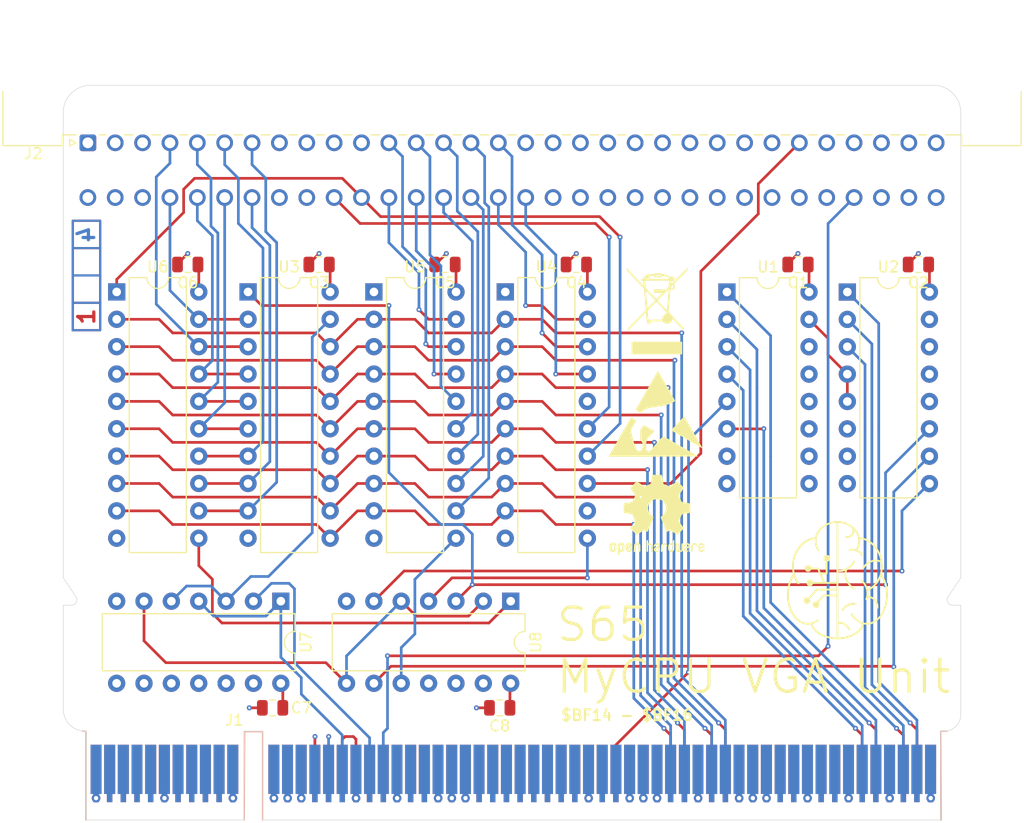
<source format=kicad_pcb>
(kicad_pcb (version 20240108) (generator "pcbnew") (generator_version "8.0")
  (layers (0 "F.Cu" signal) (1 "In1.Cu" power) (2 "In2.Cu" power) (31 "B.Cu" signal) (34 "B.Paste" user) (35 "F.Paste" user) (36 "B.SilkS" user "B.Silkscreen") (37 "F.SilkS" user "F.Silkscreen") (38 "B.Mask" user) (39 "F.Mask" user) (44 "Edge.Cuts" user))
  (net 0 "")
  (net 1 "+5V")
  (net 2 "GND")
  (net 3 "/~{IRQ_0.7}")
  (net 4 "/ROM_4")
  (net 5 "/~{ROM}")
  (net 6 "/~{IRQ_0.6}")
  (net 7 "/R{slash}~{W}")
  (net 8 "/Ø2{slash}VDA")
  (net 9 "/RAM_5")
  (net 10 "/~{IRQ_4}")
  (net 11 "/RAM_4")
  (net 12 "/D2")
  (net 13 "/D3")
  (net 14 "/A12")
  (net 15 "/~{IRQ_0.2}")
  (net 16 "/ROM_7")
  (net 17 "/M{slash}X")
  (net 18 "/RAM_1")
  (net 19 "/D6")
  (net 20 "/SYNC_VPA")
  (net 21 "/~{IRQ_0.4}")
  (net 22 "/CLK")
  (net 23 "/~{IRQ_0}")
  (net 24 "/~{IRQ_1}")
  (net 25 "/A7")
  (net 26 "/A4")
  (net 27 "/ROM_5")
  (net 28 "/~{IRQ_0.5}")
  (net 29 "/D7")
  (net 30 "/RAM_3")
  (net 31 "/ROM_1")
  (net 32 "/~{ML}")
  (net 33 "/~{L_RAM}")
  (net 34 "/ROM_2")
  (net 35 "/~{VP}")
  (net 36 "/~{NMI}")
  (net 37 "/ROM_0")
  (net 38 "/A2")
  (net 39 "/RAM_6")
  (net 40 "/A13")
  (net 41 "/A0")
  (net 42 "/A8")
  (net 43 "/~{IRQ_3}")
  (net 44 "/A15")
  (net 45 "/D0")
  (net 46 "/D4")
  (net 47 "+9V")
  (net 48 "/E")
  (net 49 "/RAM_0")
  (net 50 "/A3")
  (net 51 "/A11")
  (net 52 "/~{IRQ_2}")
  (net 53 "/~{IRQ_0.3}")
  (net 54 "/A1")
  (net 55 "/PAGE")
  (net 56 "/~{RDY}")
  (net 57 "/A14")
  (net 58 "/~{RES}")
  (net 59 "/D1")
  (net 60 "/D5")
  (net 61 "/A9")
  (net 62 "/A10")
  (net 63 "/~{IRQ}")
  (net 64 "/RAM_2")
  (net 65 "/A5")
  (net 66 "/ROM_6")
  (net 67 "/~{IRQ_0.1}")
  (net 68 "/~{IRQ_0.0}")
  (net 69 "/RAM_7")
  (net 70 "/A6")
  (net 71 "/~{H_RAM}")
  (net 72 "/~{IO}")
  (net 73 "/ROM_3")
  (net 74 "/~{BE}")
  (net 76 "/ADD2")
  (net 77 "/ADD7")
  (net 78 "/DAT0")
  (net 79 "/ADD4")
  (net 82 "/DAT2")
  (net 84 "/ADD6")
  (net 85 "/ADD3")
  (net 89 "/ADD5")
  (net 91 "/ADD9")
  (net 92 "/DAT7")
  (net 94 "/~{RD_VGA}")
  (net 98 "/DAT5")
  (net 100 "/DAT6")
  (net 103 "/~{IOEN2}")
  (net 104 "/~{WR_VGA}")
  (net 107 "/DAT4")
  (net 108 "/ADD0")
  (net 109 "/ADD8")
  (net 113 "/DAT3")
  (net 114 "/ADD1")
  (net 116 "/DAT1")
  (net 118 "/ADDA")
  (net 129 "/Port_16")
  (net 131 "/~{ADDR_LO}")
  (net 134 "/~{CONTROL}")
  (net 135 "/~{ADDR_HI}")
  (net 137 "/~{DATA}")
  (net 138 "/~{RD}")
  (net 140 "Net-(U4-Cp)")
  (net 142 "Net-(U5-Cp)")
  (net 143 "Net-(U6-Cp)")
  (net 146 "/~{WR}")
  (footprint "Package_DIP:DIP-20_W7.62mm" (layer "F.Cu") (at 129.296 77.983)
    (property "Reference" "U3")
    (property "Value" "74AHC541")
  )
  (footprint "Capacitor_SMD:C_0805_2012Metric" (layer "F.Cu") (at 152.654 116.586 180)
    (property "Reference" "C8")
    (property "Value" "100n")
  )
  (footprint "Capacitor_SMD:C_0805_2012Metric" (layer "F.Cu") (at 191.516 75.438 180)
    (property "Reference" "C2")
    (property "Value" "100n")
  )
  (footprint "Eigene:logo" (layer "F.Cu") (at 184.023 104.775)
    (property "Reference" "G***" (hide yes))
    (property "Value" "LOGO" (hide yes))
  )
  (footprint "Eigene:ladder_4" (layer "F.Cu") (at 114.3 76.454 90)
    (property "Reference" "Ref**" (hide yes))
    (property "Value" "Val**" (hide yes))
  )
  (footprint "Capacitor_SMD:C_0805_2012Metric" (layer "F.Cu") (at 180.34 75.438 180)
    (property "Reference" "C1")
    (property "Value" "100n")
  )
  (footprint "Capacitor_SMD:C_0805_2012Metric" (layer "F.Cu") (at 147.574 75.438 180)
    (property "Reference" "C5")
    (property "Value" "100n")
  )
  (footprint "Symbol:OSHW-Logo2_9.8x8mm_SilkScreen" (layer "F.Cu") (at 167.259 98.679)
    (property "Reference" "REF**" (hide yes))
    (property "Value" "OSHW-Logo2_9.8x8mm_SilkScreen" (hide yes))
  )
  (footprint "Package_DIP:DIP-20_W7.62mm" (layer "F.Cu") (at 153.172 77.983)
    (property "Reference" "U4")
    (property "Value" "74HCT574")
  )
  (footprint "Symbol:ESD-Logo_8.9x8mm_SilkScreen" (layer "F.Cu") (at 167.132 89.281)
    (property "Reference" "REF**" (hide yes))
    (property "Value" "ESD-Logo_8.9x8mm_SilkScreen" (hide yes))
  )
  (footprint "Package_DIP:DIP-16_W7.62mm" (layer "F.Cu") (at 184.922 77.993)
    (property "Reference" "U2")
    (property "Value" "74HC138")
  )
  (footprint "Package_DIP:DIP-20_W7.62mm" (layer "F.Cu") (at 117.104 77.983)
    (property "Reference" "U6")
    (property "Value" "74HCT574")
  )
  (footprint "Symbol:WEEE-Logo_5.6x8mm_SilkScreen" (layer "F.Cu") (at 167.259 79.756)
    (property "Reference" "REF**" (hide yes))
    (property "Value" "WEEE-Logo_5.6x8mm_SilkScreen" (hide yes))
  )
  (footprint "Package_DIP:DIP-14_W7.62mm" (layer "F.Cu") (at 153.675 106.69 -90)
    (property "Reference" "U8")
    (property "Value" "74HC02")
  )
  (footprint "Capacitor_SMD:C_0805_2012Metric" (layer "F.Cu") (at 135.89 75.438 180)
    (property "Reference" "C3")
    (property "Value" "100n")
  )
  (footprint "Capacitor_SMD:C_0805_2012Metric" (layer "F.Cu") (at 123.698 75.438 180)
    (property "Reference" "C6")
    (property "Value" "100n")
  )
  (footprint "Package_DIP:DIP-16_W7.62mm" (layer "F.Cu") (at 173.746 77.993)
    (property "Reference" "U1")
    (property "Value" "74HC138")
  )
  (footprint "Connector_DIN:DIN41612_C_2x32_Male_Horizontal_THT" (layer "F.Cu") (at 114.427 64.141)
    (property "Reference" "J2")
    (property "Value" "MyCPU Bus")
  )
  (footprint "Package_DIP:DIP-20_W7.62mm" (layer "F.Cu") (at 140.98 77.983)
    (property "Reference" "U5")
    (property "Value" "74HCT574")
  )
  (footprint "Capacitor_SMD:C_0805_2012Metric" (layer "F.Cu") (at 159.766 75.438 180)
    (property "Reference" "C4")
    (property "Value" "100n")
  )
  (footprint "Capacitor_SMD:C_0805_2012Metric" (layer "F.Cu") (at 131.572 116.586 180)
    (property "Reference" "C7")
    (property "Value" "100n")
  )
  (footprint "Package_DIP:DIP-14_W7.62mm" (layer "F.Cu") (at 132.339 106.69 -90)
    (property "Reference" "U7")
    (property "Value" "74HC00")
  )
  (footprint "Connector_PCBEdge:BUS_PCI" (layer "B.Cu") (at 153.919 123.631 180)
    (property "Reference" "J1")
    (property "Value" "Bus_PCI_6502")
  )
  (gr_line (start 128.905 118.745) (end 130.683 118.745) (stroke (width 0.05)) (layer "Edge.Cuts"))
  (gr_arc (start 113.357369 106.325815) (mid 113.335131 106.820071) (end 112.903 107.061) (stroke (width 0.05)) (layer "Edge.Cuts"))
  (gr_arc (start 112.141 61.341) (mid 112.884949 59.544949) (end 114.681 58.801) (stroke (width 0.05)) (layer "Edge.Cuts"))
  (gr_line (start 195.453 107.061) (end 194.691 107.061) (stroke (width 0.05)) (layer "Edge.Cuts"))
  (gr_line (start 114.3 118.745) (end 114.3 127) (stroke (width 0.05)) (layer "Edge.Cuts"))
  (gr_line (start 128.905 127) (end 128.905 118.745) (stroke (width 0.05)) (layer "Edge.Cuts"))
  (gr_line (start 112.903 107.061) (end 112.141 107.061) (stroke (width 0.05)) (layer "Edge.Cuts"))
  (gr_line (start 195.453 104.521) (end 195.453 61.341) (stroke (width 0.05)) (layer "Edge.Cuts"))
  (gr_line (start 112.141 104.521) (end 113.357369 106.325815) (stroke (width 0.05)) (layer "Edge.Cuts"))
  (gr_line (start 114.681 58.801) (end 192.913 58.801) (stroke (width 0.05)) (layer "Edge.Cuts"))
  (gr_line (start 114.3 127) (end 128.905 127) (stroke (width 0.05)) (layer "Edge.Cuts"))
  (gr_line (start 193.548 127) (end 193.548 118.745) (stroke (width 0.05)) (layer "Edge.Cuts"))
  (gr_arc (start 195.453 117.221) (mid 195.006645 118.298645) (end 193.929 118.745) (stroke (width 0.05)) (layer "Edge.Cuts"))
  (gr_arc (start 194.691 107.061) (mid 194.258941 106.820064) (end 194.236631 106.325815) (stroke (width 0.05)) (layer "Edge.Cuts"))
  (gr_arc (start 192.913 58.801) (mid 194.7091 59.544928) (end 195.453 61.341) (stroke (width 0.05)) (layer "Edge.Cuts"))
  (gr_line (start 195.453 107.061) (end 195.453 117.221) (stroke (width 0.05)) (layer "Edge.Cuts"))
  (gr_arc (start 114.173 118.745) (mid 112.736158 118.149841) (end 112.141 116.713) (stroke (width 0.05)) (layer "Edge.Cuts"))
  (gr_line (start 194.236631 106.325815) (end 195.453 104.521) (stroke (width 0.05)) (layer "Edge.Cuts"))
  (gr_line (start 114.173 118.745) (end 114.3 118.745) (stroke (width 0.05)) (layer "Edge.Cuts"))
  (gr_line (start 193.548 118.745) (end 193.929 118.745) (stroke (width 0.05)) (layer "Edge.Cuts"))
  (gr_line (start 130.683 127) (end 193.548 127) (stroke (width 0.05)) (layer "Edge.Cuts"))
  (gr_line (start 112.141 116.713) (end 112.141 107.061) (stroke (width 0.05)) (layer "Edge.Cuts"))
  (gr_line (start 112.141 104.521) (end 112.141 61.341) (stroke (width 0.05)) (layer "Edge.Cuts"))
  (gr_line (start 130.683 118.745) (end 130.683 127) (stroke (width 0.05)) (layer "Edge.Cuts"))
  (gr_text "$BF14 - $BF16" (at 158.242 117.856 0) (layer "F.SilkS") (effects (font (size 1 1) (thickness 0.2) (bold yes)) (justify left bottom)))
  (gr_text "S65\nMyCPU VGA Unit" (at 157.734 115.443 0) (layer "F.SilkS") (effects (font (size 3 3) (thickness 0.3)) (justify left bottom)))
  (segment (start 181.366 75.514) (end 181.29 75.438) (width 0.25) (layer "F.Cu") (net 1))
  (segment (start 153.604 114.381) (end 153.675 114.31) (width 0.25) (layer "F.Cu") (net 1))
  (segment (start 148.6 77.983) (end 148.6 75.514) (width 0.25) (layer "F.Cu") (net 1))
  (segment (start 132.522 116.586) (end 132.522 114.493) (width 0.25) (layer "F.Cu") (net 1))
  (segment (start 153.604 116.586) (end 153.604 114.381) (width 0.25) (layer "F.Cu") (net 1))
  (segment (start 181.366 77.993) (end 181.366 75.514) (width 0.25) (layer "F.Cu") (net 1))
  (segment (start 148.6 75.514) (end 148.524 75.438) (width 0.25) (layer "F.Cu") (net 1))
  (segment (start 124.724 77.983) (end 124.724 75.514) (width 0.25) (layer "F.Cu") (net 1))
  (segment (start 136.916 77.983) (end 136.916 75.514) (width 0.25) (layer "F.Cu") (net 1))
  (segment (start 160.792 75.514) (end 160.716 75.438) (width 0.25) (layer "F.Cu") (net 1))
  (segment (start 136.916 75.514) (end 136.84 75.438) (width 0.25) (layer "F.Cu") (net 1))
  (segment (start 192.542 77.993) (end 192.542 75.514) (width 0.25) (layer "F.Cu") (net 1))
  (segment (start 124.724 75.514) (end 124.648 75.438) (width 0.25) (layer "F.Cu") (net 1))
  (segment (start 160.792 77.983) (end 160.792 75.514) (width 0.25) (layer "F.Cu") (net 1))
  (segment (start 132.522 114.493) (end 132.339 114.31) (width 0.25) (layer "F.Cu") (net 1))
  (segment (start 192.542 75.514) (end 192.466 75.438) (width 0.25) (layer "F.Cu") (net 1))
  (via (at 148.209 124.968) (size 0.8) (drill 0.4) (layers "F.Cu" "B.Cu") (net 1))
  (via (at 176.149 124.968) (size 0.8) (drill 0.4) (layers "F.Cu" "B.Cu") (net 1))
  (via (at 165.989 124.968) (size 0.8) (drill 0.4) (layers "F.Cu" "B.Cu") (net 1))
  (via (at 134.239 124.968) (size 0.8) (drill 0.4) (layers "F.Cu" "B.Cu") (net 1))
  (segment (start 130.622 116.586) (end 129.413 116.586) (width 0.25) (layer "F.Cu") (net 2))
  (segment (start 179.39 75.372) (end 180.34 74.422) (width 0.25) (layer "F.Cu") (net 2))
  (segment (start 139.065 119.253) (end 139.309 119.497) (width 0.25) (layer "F.Cu") (net 2))
  (segment (start 151.704 116.586) (end 150.495 116.586) (width 0.25) (layer "F.Cu") (net 2))
  (segment (start 135.499 122.301) (end 135.499 119.263) (width 0.25) (layer "F.Cu") (net 2))
  (segment (start 139.309 119.497) (end 139.309 122.301) (width 0.25) (layer "F.Cu") (net 2))
  (segment (start 138.303 119.253) (end 139.065 119.253) (width 0.25) (layer "F.Cu") (net 2))
  (segment (start 179.39 75.438) (end 179.39 75.372) (width 0.25) (layer "F.Cu") (net 2))
  (segment (start 146.624 75.438) (end 146.685 75.438) (width 0.25) (layer "F.Cu") (net 2))
  (segment (start 190.566 75.438) (end 190.566 75.372) (width 0.25) (layer "F.Cu") (net 2))
  (segment (start 134.94 75.438) (end 134.94 75.372) (width 0.25) (layer "F.Cu") (net 2))
  (segment (start 135.499 119.263) (end 135.509 119.253) (width 0.25) (layer "F.Cu") (net 2))
  (segment (start 134.94 75.372) (end 135.89 74.422) (width 0.25) (layer "F.Cu") (net 2))
  (segment (start 146.685 75.438) (end 147.701 74.422) (width 0.25) (layer "F.Cu") (net 2))
  (segment (start 122.748 75.372) (end 123.698 74.422) (width 0.25) (layer "F.Cu") (net 2))
  (segment (start 158.816 75.438) (end 158.816 75.372) (width 0.25) (layer "F.Cu") (net 2))
  (segment (start 158.816 75.372) (end 159.766 74.422) (width 0.25) (layer "F.Cu") (net 2))
  (segment (start 190.566 75.372) (end 191.516 74.422) (width 0.25) (layer "F.Cu") (net 2))
  (segment (start 138.039 119.517) (end 138.303 119.253) (width 0.25) (layer "F.Cu") (net 2))
  (segment (start 122.748 75.438) (end 122.748 75.372) (width 0.25) (layer "F.Cu") (net 2))
  (segment (start 138.039 122.301) (end 138.039 119.517) (width 0.25) (layer "F.Cu") (net 2))
  (via (at 129.413 116.586) (size 0.46) (drill 0.2) (layers "F.Cu" "B.Cu") (net 2))
  (via (at 146.939 124.968) (size 0.8) (drill 0.4) (layers "F.Cu" "B.Cu") (net 2))
  (via (at 185.039 124.968) (size 0.8) (drill 0.4) (layers "F.Cu" "B.Cu") (net 2))
  (via (at 188.849 124.968) (size 0.8) (drill 0.4) (layers "F.Cu" "B.Cu") (net 2))
  (via (at 123.698 74.422) (size 0.46) (drill 0.2) (layers "F.Cu" "B.Cu") (net 2))
  (via (at 180.34 74.422) (size 0.46) (drill 0.2) (layers "F.Cu" "B.Cu") (net 2))
  (via (at 171.069 124.968) (size 0.8) (drill 0.4) (layers "F.Cu" "B.Cu") (net 2))
  (via (at 167.259 124.968) (size 0.8) (drill 0.4) (layers "F.Cu" "B.Cu") (net 2))
  (via (at 115.189 124.968) (size 0.8) (drill 0.4) (layers "F.Cu" "B.Cu") (net 2))
  (via (at 150.495 116.586) (size 0.46) (drill 0.2) (layers "F.Cu" "B.Cu") (net 2))
  (via (at 121.539 124.968) (size 0.8) (drill 0.4) (layers "F.Cu" "B.Cu") (net 2))
  (via (at 159.766 74.422) (size 0.46) (drill 0.2) (layers "F.Cu" "B.Cu") (net 2))
  (via (at 143.129 124.968) (size 0.8) (drill 0.4) (layers "F.Cu" "B.Cu") (net 2))
  (via (at 127.889 124.968) (size 0.8) (drill 0.4) (layers "F.Cu" "B.Cu") (net 2))
  (via (at 191.516 74.422) (size 0.46) (drill 0.2) (layers "F.Cu" "B.Cu") (net 2))
  (via (at 147.701 74.422) (size 0.46) (drill 0.2) (layers "F.Cu" "B.Cu") (net 2))
  (via (at 136.779 119.253) (size 0.46) (drill 0.2) (layers "F.Cu" "B.Cu") (net 2))
  (via (at 135.89 74.422) (size 0.46) (drill 0.2) (layers "F.Cu" "B.Cu") (net 2))
  (via (at 149.479 124.968) (size 0.8) (drill 0.4) (layers "F.Cu" "B.Cu") (net 2))
  (via (at 164.719 124.968) (size 0.8) (drill 0.4) (layers "F.Cu" "B.Cu") (net 2))
  (via (at 177.419 124.968) (size 0.8) (drill 0.4) (layers "F.Cu" "B.Cu") (net 2))
  (via (at 181.229 124.968) (size 0.8) (drill 0.4) (layers "F.Cu" "B.Cu") (net 2))
  (via (at 174.879 124.968) (size 0.8) (drill 0.4) (layers "F.Cu" "B.Cu") (net 2))
  (via (at 135.509 119.253) (size 0.46) (drill 0.2) (layers "F.Cu" "B.Cu") (net 2))
  (via (at 160.909 124.968) (size 0.8) (drill 0.4) (layers "F.Cu" "B.Cu") (net 2))
  (via (at 192.659 124.968) (size 0.8) (drill 0.4) (layers "F.Cu" "B.Cu") (net 2))
  (via (at 132.969 124.968) (size 0.8) (drill 0.4) (layers "F.Cu" "B.Cu") (net 2))
  (via (at 139.319 124.968) (size 0.8) (drill 0.4) (layers "F.Cu" "B.Cu") (net 2))
  (segment (start 136.769 119.263) (end 136.779 119.253) (width 0.25) (layer "B.Cu") (net 2))
  (segment (start 136.769 122.301) (end 136.769 119.263) (width 0.25) (layer "B.Cu") (net 2))
  (segment (start 140.579 119.37) (end 133.604 112.395) (width 0.25) (layer "B.Cu") (net 7))
  (segment (start 131.46 105.029) (end 129.799 106.69) (width 0.25) (layer "B.Cu") (net 7))
  (segment (start 133.096 105.029) (end 131.46 105.029) (width 0.25) (layer "B.Cu") (net 7))
  (segment (start 133.604 105.537) (end 133.096 105.029) (width 0.25) (layer "B.Cu") (net 7))
  (segment (start 140.579 122.301) (end 140.579 119.37) (width 0.25) (layer "B.Cu") (net 7))
  (segment (start 133.604 112.395) (end 133.604 105.537) (width 0.25) (layer "B.Cu") (net 7))
  (segment (start 122.301 86.868) (end 135.641 86.868) (width 0.25) (layer "F.Cu") (net 12))
  (segment (start 135.641 86.868) (end 136.916 88.143) (width 0.25) (layer "F.Cu") (net 12))
  (segment (start 156.596 85.603) (end 157.861 86.868) (width 0.25) (layer "F.Cu") (net 12))
  (segment (start 121.036 85.603) (end 122.301 86.868) (width 0.25) (layer "F.Cu") (net 12))
  (segment (start 153.172 85.603) (end 156.596 85.603) (width 0.25) (layer "F.Cu") (net 12))
  (segment (start 146.05 86.868) (end 151.907 86.868) (width 0.25) (layer "F.Cu") (net 12))
  (segment (start 144.785 85.603) (end 146.05 86.868) (width 0.25) (layer "F.Cu") (net 12))
  (segment (start 117.104 85.603) (end 121.036 85.603) (width 0.25) (layer "F.Cu") (net 12))
  (segment (start 139.456 85.603) (end 136.916 88.143) (width 0.25) (layer "F.Cu") (net 12))
  (segment (start 151.907 86.868) (end 153.172 85.603) (width 0.25) (layer "F.Cu") (net 12))
  (segment (start 157.861 86.868) (end 168.275 86.868) (width 0.25) (layer "F.Cu") (net 12))
  (segment (start 140.98 85.603) (end 144.785 85.603) (width 0.25) (layer "F.Cu") (net 12))
  (segment (start 140.98 85.603) (end 139.456 85.603) (width 0.25) (layer "F.Cu") (net 12))
  (via (at 168.275 86.868) (size 0.46) (drill 0.2) (layers "F.Cu" "B.Cu") (net 12))
  (segment (start 168.275 114.173) (end 172.329 118.227) (width 0.25) (layer "B.Cu") (net 12))
  (segment (start 172.329 118.227) (end 172.329 122.301) (width 0.25) (layer "B.Cu") (net 12))
  (segment (start 168.275 86.868) (end 168.275 114.173) (width 0.25) (layer "B.Cu") (net 12))
  (segment (start 146.05 89.408) (end 151.907 89.408) (width 0.25) (layer "F.Cu") (net 13))
  (segment (start 151.907 89.408) (end 153.172 88.143) (width 0.25) (layer "F.Cu") (net 13))
  (segment (start 140.98 88.143) (end 139.456 88.143) (width 0.25) (layer "F.Cu") (net 13))
  (segment (start 153.172 88.143) (end 156.596 88.143) (width 0.25) (layer "F.Cu") (net 13))
  (segment (start 140.98 88.143) (end 144.785 88.143) (width 0.25) (layer "F.Cu") (net 13))
  (segment (start 144.785 88.143) (end 146.05 89.408) (width 0.25) (layer "F.Cu") (net 13))
  (segment (start 117.104 88.143) (end 121.036 88.143) (width 0.25) (layer "F.Cu") (net 13))
  (segment (start 122.301 89.408) (end 135.641 89.408) (width 0.25) (layer "F.Cu") (net 13))
  (segment (start 156.596 88.143) (end 157.861 89.408) (width 0.25) (layer "F.Cu") (net 13))
  (segment (start 135.641 89.408) (end 136.916 90.683) (width 0.25) (layer "F.Cu") (net 13))
  (segment (start 157.861 89.408) (end 167.64 89.408) (width 0.25) (layer "F.Cu") (net 13))
  (segment (start 121.036 88.143) (end 122.301 89.408) (width 0.25) (layer "F.Cu") (net 13))
  (segment (start 139.456 88.143) (end 136.916 90.683) (width 0.25) (layer "F.Cu") (net 13))
  (segment (start 171.704 118.491) (end 172.329 119.116) (width 0.25) (layer "F.Cu") (net 13))
  (segment (start 172.329 119.116) (end 172.329 122.301) (width 0.25) (layer "F.Cu") (net 13))
  (via (at 171.704 118.491) (size 0.46) (drill 0.2) (layers "F.Cu" "B.Cu") (net 13))
  (via (at 167.64 89.408) (size 0.46) (drill 0.2) (layers "F.Cu" "B.Cu") (net 13))
  (segment (start 167.64 89.408) (end 167.64 114.427) (width 0.25) (layer "B.Cu") (net 13))
  (segment (start 167.64 114.427) (end 171.704 118.491) (width 0.25) (layer "B.Cu") (net 13))
  (segment (start 140.98 95.763) (end 144.785 95.763) (width 0.25) (layer "F.Cu") (net 19))
  (segment (start 135.641 97.028) (end 136.916 98.303) (width 0.25) (layer "F.Cu") (net 19))
  (segment (start 117.104 95.763) (end 121.036 95.763) (width 0.25) (layer "F.Cu") (net 19))
  (segment (start 140.98 95.763) (end 139.456 95.763) (width 0.25) (layer "F.Cu") (net 19))
  (segment (start 139.456 95.763) (end 136.916 98.303) (width 0.25) (layer "F.Cu") (net 19))
  (segment (start 156.596 95.763) (end 153.172 95.763) (width 0.25) (layer "F.Cu") (net 19))
  (segment (start 165.735 97.028) (end 157.861 97.028) (width 0.25) (layer "F.Cu") (net 19))
  (segment (start 151.907 97.028) (end 153.172 95.763) (width 0.25) (layer "F.Cu") (net 19))
  (segment (start 121.036 95.763) (end 122.301 97.028) (width 0.25) (layer "F.Cu") (net 19))
  (segment (start 144.785 95.763) (end 146.05 97.028) (width 0.25) (layer "F.Cu") (net 19))
  (segment (start 122.301 97.028) (end 135.641 97.028) (width 0.25) (layer "F.Cu") (net 19))
  (segment (start 157.861 97.028) (end 156.596 95.763) (width 0.25) (layer "F.Cu") (net 19))
  (segment (start 146.05 97.028) (end 151.907 97.028) (width 0.25) (layer "F.Cu") (net 19))
  (via (at 165.735 97.028) (size 0.46) (drill 0.2) (layers "F.Cu" "B.Cu") (net 19))
  (segment (start 165.735 115.443) (end 168.519 118.227) (width 0.25) (layer "B.Cu") (net 19))
  (segment (start 165.735 97.028) (end 165.735 115.443) (width 0.25) (layer "B.Cu") (net 19))
  (segment (start 168.519 118.227) (end 168.519 122.301) (width 0.25) (layer "B.Cu") (net 19))
  (segment (start 138.039 122.301) (end 138.039 119.116) (width 0.25) (layer "B.Cu") (net 22))
  (segment (start 134.239 113.792) (end 132.339 111.892) (width 0.25) (layer "B.Cu") (net 22))
  (segment (start 130.952 108.077) (end 132.339 106.69) (width 0.25) (layer "B.Cu") (net 22))
  (segment (start 138.039 119.116) (end 134.239 115.316) (width 0.25) (layer "B.Cu") (net 22))
  (segment (start 134.239 115.316) (end 134.239 113.792) (width 0.25) (layer "B.Cu") (net 22))
  (segment (start 132.339 111.892) (end 132.339 106.69) (width 0.25) (layer "B.Cu") (net 22))
  (segment (start 126.106 108.077) (end 130.952 108.077) (width 0.25) (layer "B.Cu") (net 22))
  (segment (start 124.719 106.69) (end 126.106 108.077) (width 0.25) (layer "B.Cu") (net 22))
  (segment (start 186.299 119.116) (end 186.299 122.301) (width 0.25) (layer "F.Cu") (net 25))
  (segment (start 185.674 118.491) (end 186.299 119.116) (width 0.25) (layer "F.Cu") (net 25))
  (via (at 185.674 118.491) (size 0.46) (drill 0.2) (layers "F.Cu" "B.Cu") (net 25))
  (segment (start 175.26 108.077) (end 185.674 118.491) (width 0.25) (layer "B.Cu") (net 25))
  (segment (start 173.746 85.613) (end 175.26 87.127) (width 0.25) (layer "B.Cu") (net 25))
  (segment (start 175.26 87.127) (end 175.26 89.154) (width 0.25) (layer "B.Cu") (net 25))
  (segment (start 175.26 89.154) (end 175.26 99.695) (width 0.25) (layer "B.Cu") (net 25))
  (segment (start 175.26 99.695) (end 175.26 108.077) (width 0.25) (layer "B.Cu") (net 25))
  (segment (start 177.15 90.693) (end 177.165 90.678) (width 0.25) (layer "F.Cu") (net 26))
  (segment (start 173.746 90.693) (end 177.15 90.693) (width 0.25) (layer "F.Cu") (net 26))
  (via (at 177.165 90.678) (size 0.46) (drill 0.2) (layers "F.Cu" "B.Cu") (net 26))
  (segment (start 187.569 117.719) (end 187.569 122.301) (width 0.25) (layer "B.Cu") (net 26))
  (segment (start 177.165 107.315) (end 187.569 117.719) (width 0.25) (layer "B.Cu") (net 26))
  (segment (start 177.165 90.678) (end 177.165 107.315) (width 0.25) (layer "B.Cu") (net 26))
  (segment (start 117.104 98.303) (end 121.036 98.303) (width 0.25) (layer "F.Cu") (net 29))
  (segment (start 121.036 98.303) (end 122.301 99.568) (width 0.25) (layer "F.Cu") (net 29))
  (segment (start 144.785 98.303) (end 146.05 99.568) (width 0.25) (layer "F.Cu") (net 29))
  (segment (start 140.98 98.303) (end 139.456 98.303) (width 0.25) (layer "F.Cu") (net 29))
  (segment (start 168.519 119.116) (end 168.519 122.301) (width 0.25) (layer "F.Cu") (net 29))
  (segment (start 139.456 98.303) (end 136.916 100.843) (width 0.25) (layer "F.Cu") (net 29))
  (segment (start 146.05 99.568) (end 151.907 99.568) (width 0.25) (layer "F.Cu") (net 29))
  (segment (start 167.894 118.491) (end 168.519 119.116) (width 0.25) (layer "F.Cu") (net 29))
  (segment (start 153.172 98.303) (end 156.596 98.303) (width 0.25) (layer "F.Cu") (net 29))
  (segment (start 135.641 99.568) (end 136.916 100.843) (width 0.25) (layer "F.Cu") (net 29))
  (segment (start 156.596 98.303) (end 157.861 99.568) (width 0.25) (layer "F.Cu") (net 29))
  (segment (start 157.861 99.568) (end 165.1 99.568) (width 0.25) (layer "F.Cu") (net 29))
  (segment (start 122.301 99.568) (end 135.641 99.568) (width 0.25) (layer "F.Cu") (net 29))
  (segment (start 151.907 99.568) (end 153.172 98.303) (width 0.25) (layer "F.Cu") (net 29))
  (segment (start 140.98 98.303) (end 144.785 98.303) (width 0.25) (layer "F.Cu") (net 29))
  (via (at 167.894 118.491) (size 0.46) (drill 0.2) (layers "F.Cu" "B.Cu") (net 29))
  (via (at 165.1 99.568) (size 0.46) (drill 0.2) (layers "F.Cu" "B.Cu") (net 29))
  (segment (start 167.894 118.491) (end 165.1 115.697) (width 0.25) (layer "B.Cu") (net 29))
  (segment (start 165.1 115.697) (end 165.1 99.568) (width 0.25) (layer "B.Cu") (net 29))
  (segment (start 186.563 84.714) (end 186.563 114.681) (width 0.25) (layer "B.Cu") (net 38))
  (segment (start 190.119 118.237) (end 190.119 122.301) (width 0.25) (layer "B.Cu") (net 38))
  (segment (start 186.563 114.681) (end 190.119 118.237) (width 0.25) (layer "B.Cu") (net 38))
  (segment (start 184.922 83.073) (end 186.563 84.714) (width 0.25) (layer "B.Cu") (net 38))
  (segment (start 191.379 117.719) (end 191.379 122.301) (width 0.25) (layer "B.Cu") (net 41))
  (segment (start 187.833 114.173) (end 191.379 117.719) (width 0.25) (layer "B.Cu") (net 41))
  (segment (start 184.922 77.993) (end 187.833 80.904) (width 0.25) (layer "B.Cu") (net 41))
  (segment (start 187.833 80.904) (end 187.833 114.173) (width 0.25) (layer "B.Cu") (net 41))
  (segment (start 139.456 80.523) (end 136.916 83.063) (width 0.25) (layer "F.Cu") (net 45))
  (segment (start 117.104 80.523) (end 121.036 80.523) (width 0.25) (layer "F.Cu") (net 45))
  (segment (start 153.172 80.523) (end 156.596 80.523) (width 0.25) (layer "F.Cu") (net 45))
  (segment (start 151.907 81.788) (end 153.172 80.523) (width 0.25) (layer "F.Cu") (net 45))
  (segment (start 144.785 80.523) (end 146.05 81.788) (width 0.25) (layer "F.Cu") (net 45))
  (segment (start 140.98 80.523) (end 144.785 80.523) (width 0.25) (layer "F.Cu") (net 45))
  (segment (start 157.861 81.788) (end 169.545 81.788) (width 0.25) (layer "F.Cu") (net 45))
  (segment (start 135.641 81.788) (end 136.916 83.063) (width 0.25) (layer "F.Cu") (net 45))
  (segment (start 140.98 80.523) (end 139.456 80.523) (width 0.25) (layer "F.Cu") (net 45))
  (segment (start 122.301 81.788) (end 135.641 81.788) (width 0.25) (layer "F.Cu") (net 45))
  (segment (start 121.036 80.523) (end 122.301 81.788) (width 0.25) (layer "F.Cu") (net 45))
  (segment (start 156.596 80.523) (end 157.861 81.788) (width 0.25) (layer "F.Cu") (net 45))
  (segment (start 146.05 81.788) (end 151.907 81.788) (width 0.25) (layer "F.Cu") (net 45))
  (via (at 169.545 81.788) (size 0.46) (drill 0.2) (layers "F.Cu" "B.Cu") (net 45))
  (segment (start 169.545 81.788) (end 169.545 113.665) (width 0.25) (layer "B.Cu") (net 45))
  (segment (start 169.545 113.665) (end 173.599 117.719) (width 0.25) (layer "B.Cu") (net 45))
  (segment (start 173.599 117.719) (end 173.599 122.301) (width 0.25) (layer "B.Cu") (net 45))
  (segment (start 135.641 91.948) (end 136.916 93.223) (width 0.25) (layer "F.Cu") (net 46))
  (segment (start 156.596 90.683) (end 157.861 91.948) (width 0.25) (layer "F.Cu") (net 46))
  (segment (start 146.05 91.948) (end 151.907 91.948) (width 0.25) (layer "F.Cu") (net 46))
  (segment (start 144.785 90.683) (end 146.05 91.948) (width 0.25) (layer "F.Cu") (net 46))
  (segment (start 121.036 90.683) (end 122.301 91.948) (width 0.25) (layer "F.Cu") (net 46))
  (segment (start 151.907 91.948) (end 153.172 90.683) (width 0.25) (layer "F.Cu") (net 46))
  (segment (start 140.98 90.683) (end 144.785 90.683) (width 0.25) (layer "F.Cu") (net 46))
  (segment (start 140.98 90.683) (end 139.456 90.683) (width 0.25) (layer "F.Cu") (net 46))
  (segment (start 117.104 90.683) (end 121.036 90.683) (width 0.25) (layer "F.Cu") (net 46))
  (segment (start 139.456 90.683) (end 136.916 93.223) (width 0.25) (layer "F.Cu") (net 46))
  (segment (start 122.301 91.948) (end 135.641 91.948) (width 0.25) (layer "F.Cu") (net 46))
  (segment (start 153.172 90.683) (end 156.596 90.683) (width 0.25) (layer "F.Cu") (net 46))
  (segment (start 157.861 91.948) (end 167.005 91.948) (width 0.25) (layer "F.Cu") (net 46))
  (via (at 167.005 91.948) (size 0.46) (drill 0.2) (layers "F.Cu" "B.Cu") (net 46))
  (segment (start 167.005 114.935) (end 169.799 117.729) (width 0.25) (layer "B.Cu") (net 46))
  (segment (start 167.005 91.948) (end 167.005 114.935) (width 0.25) (layer "B.Cu") (net 46))
  (segment (start 169.799 117.729) (end 169.799 122.301) (width 0.25) (layer "B.Cu") (net 46))
  (via (at 131.699 124.968) (size 0.8) (drill 0.4) (layers "F.Cu" "B.Cu") (net 47))
  (segment (start 189.484 118.491) (end 190.119 119.126) (width 0.25) (layer "F.Cu") (net 50))
  (segment (start 190.119 119.126) (end 190.119 122.301) (width 0.25) (layer "F.Cu") (net 50))
  (via (at 189.484 118.491) (size 0.46) (drill 0.2) (layers "F.Cu" "B.Cu") (net 50))
  (segment (start 177.8 82.047) (end 177.8 93.218) (width 0.25) (layer "B.Cu") (net 50))
  (segment (start 173.746 77.993) (end 177.8 82.047) (width 0.25) (layer "B.Cu") (net 50))
  (segment (start 177.8 93.218) (end 177.8 106.807) (width 0.25) (layer "B.Cu") (net 50))
  (segment (start 177.8 106.807) (end 189.484 118.491) (width 0.25) (layer "B.Cu") (net 50))
  (segment (start 191.379 118.608) (end 191.379 122.301) (width 0.25) (layer "F.Cu") (net 54))
  (segment (start 190.754 117.983) (end 191.379 118.608) (width 0.25) (layer "F.Cu") (net 54))
  (via (at 190.754 117.983) (size 0.46) (drill 0.2) (layers "F.Cu" "B.Cu") (net 54))
  (segment (start 187.198 90.678) (end 187.198 114.427) (width 0.25) (layer "B.Cu") (net 54))
  (segment (start 187.198 114.427) (end 190.754 117.983) (width 0.25) (layer "B.Cu") (net 54))
  (segment (start 187.198 82.809) (end 187.198 90.678) (width 0.25) (layer "B.Cu") (net 54))
  (segment (start 184.922 80.533) (end 187.198 82.809) (width 0.25) (layer "B.Cu") (net 54))
  (segment (start 182.245 111.76) (end 183.134 110.871) (width 0.25) (layer "F.Cu") (net 58))
  (segment (start 142.24 111.76) (end 182.245 111.76) (width 0.25) (layer "F.Cu") (net 58))
  (via (at 142.24 111.76) (size 0.46) (drill 0.2) (layers "F.Cu" "B.Cu") (net 58))
  (via (at 183.134 110.871) (size 0.46) (drill 0.2) (layers "F.Cu" "B.Cu") (net 58))
  (segment (start 141.849 122.301) (end 141.849 118.882) (width 0.25) (layer "B.Cu") (net 58))
  (segment (start 183.134 71.634) (end 185.547 69.221) (width 0.25) (layer "B.Cu") (net 58))
  (segment (start 142.24 118.491) (end 142.24 111.76) (width 0.25) (layer "B.Cu") (net 58))
  (segment (start 183.134 110.871) (end 183.134 71.634) (width 0.25) (layer "B.Cu") (net 58))
  (segment (start 141.849 118.882) (end 142.24 118.491) (width 0.25) (layer "B.Cu") (net 58))
  (segment (start 146.05 84.328) (end 151.907 84.328) (width 0.25) (layer "F.Cu") (net 59))
  (segment (start 156.596 83.063) (end 157.861 84.328) (width 0.25) (layer "F.Cu") (net 59))
  (segment (start 122.301 84.328) (end 135.641 84.328) (width 0.25) (layer "F.Cu") (net 59))
  (segment (start 139.456 83.063) (end 136.916 85.603) (width 0.25) (layer "F.Cu") (net 59))
  (segment (start 140.98 83.063) (end 139.456 83.063) (width 0.25) (layer "F.Cu") (net 59))
  (segment (start 144.785 83.063) (end 146.05 84.328) (width 0.25) (layer "F.Cu") (net 59))
  (segment (start 153.172 83.063) (end 156.596 83.063) (width 0.25) (layer "F.Cu") (net 59))
  (segment (start 173.599 118.608) (end 173.599 122.301) (width 0.25) (layer "F.Cu") (net 59))
  (segment (start 117.104 83.063) (end 121.036 83.063) (width 0.25) (layer "F.Cu") (net 59))
  (segment (start 157.861 84.328) (end 168.91 84.328) (width 0.25) (layer "F.Cu") (net 59))
  (segment (start 121.036 83.063) (end 122.301 84.328) (width 0.25) (layer "F.Cu") (net 59))
  (segment (start 172.974 117.983) (end 173.599 118.608) (width 0.25) (layer "F.Cu") (net 59))
  (segment (start 140.98 83.063) (end 144.785 83.063) (width 0.25) (layer "F.Cu") (net 59))
  (segment (start 151.907 84.328) (end 153.172 83.063) (width 0.25) (layer "F.Cu") (net 59))
  (segment (start 135.641 84.328) (end 136.916 85.603) (width 0.25) (layer "F.Cu") (net 59))
  (via (at 168.91 84.328) (size 0.46) (drill 0.2) (layers "F.Cu" "B.Cu") (net 59))
  (via (at 172.974 117.983) (size 0.46) (drill 0.2) (layers "F.Cu" "B.Cu") (net 59))
  (segment (start 168.83 113.839) (end 172.974 117.983) (width 0.25) (layer "B.Cu") (net 59))
  (segment (start 168.83 84.408) (end 168.83 113.839) (width 0.25) (layer "B.Cu") (net 59))
  (segment (start 168.91 84.328) (end 168.83 84.408) (width 0.25) (layer "B.Cu") (net 59))
  (segment (start 121.036 93.223) (end 122.301 94.488) (width 0.25) (layer "F.Cu") (net 60))
  (segment (start 157.861 94.488) (end 166.37 94.488) (width 0.25) (layer "F.Cu") (net 60))
  (segment (start 139.456 93.223) (end 136.916 95.763) (width 0.25) (layer "F.Cu") (net 60))
  (segment (start 153.172 93.223) (end 156.596 93.223) (width 0.25) (layer "F.Cu") (net 60))
  (segment (start 140.98 93.223) (end 139.456 93.223) (width 0.25) (layer "F.Cu") (net 60))
  (segment (start 135.641 94.488) (end 136.916 95.763) (width 0.25) (layer "F.Cu") (net 60))
  (segment (start 140.98 93.223) (end 144.785 93.223) (width 0.25) (layer "F.Cu") (net 60))
  (segment (start 144.785 93.223) (end 146.05 94.488) (width 0.25) (layer "F.Cu") (net 60))
  (segment (start 156.596 93.223) (end 157.861 94.488) (width 0.25) (layer "F.Cu") (net 60))
  (segment (start 146.05 94.488) (end 151.907 94.488) (width 0.25) (layer "F.Cu") (net 60))
  (segment (start 169.799 118.618) (end 169.799 122.301) (width 0.25) (layer "F.Cu") (net 60))
  (segment (start 169.164 117.983) (end 169.799 118.618) (width 0.25) (layer "F.Cu") (net 60))
  (segment (start 117.104 93.223) (end 121.036 93.223) (width 0.25) (layer "F.Cu") (net 60))
  (segment (start 122.301 94.488) (end 135.641 94.488) (width 0.25) (layer "F.Cu") (net 60))
  (segment (start 151.907 94.488) (end 153.172 93.223) (width 0.25) (layer "F.Cu") (net 60))
  (via (at 166.37 94.488) (size 0.46) (drill 0.2) (layers "F.Cu" "B.Cu") (net 60))
  (via (at 169.164 117.983) (size 0.46) (drill 0.2) (layers "F.Cu" "B.Cu") (net 60))
  (segment (start 166.37 115.189) (end 169.164 117.983) (width 0.25) (layer "B.Cu") (net 60))
  (segment (start 166.37 94.488) (end 166.37 115.189) (width 0.25) (layer "B.Cu") (net 60))
  (segment (start 187.569 118.608) (end 187.569 122.301) (width 0.25) (layer "F.Cu") (net 65))
  (segment (start 186.944 117.983) (end 187.569 118.608) (width 0.25) (layer "F.Cu") (net 65))
  (via (at 186.944 117.983) (size 0.46) (drill 0.2) (layers "F.Cu" "B.Cu") (net 65))
  (segment (start 176.53 86.868) (end 176.53 107.569) (width 0.25) (layer "B.Cu") (net 65))
  (segment (start 176.53 83.317) (end 176.53 86.868) (width 0.25) (layer "B.Cu") (net 65))
  (segment (start 176.53 107.569) (end 186.944 117.983) (width 0.25) (layer "B.Cu") (net 65))
  (segment (start 173.746 80.533) (end 176.53 83.317) (width 0.25) (layer "B.Cu") (net 65))
  (segment (start 175.895 85.222) (end 175.895 107.823) (width 0.25) (layer "B.Cu") (net 70))
  (segment (start 175.895 107.823) (end 186.299 118.227) (width 0.25) (layer "B.Cu") (net 70))
  (segment (start 173.746 83.073) (end 175.895 85.222) (width 0.25) (layer "B.Cu") (net 70))
  (segment (start 186.299 118.227) (end 186.299 122.301) (width 0.25) (layer "B.Cu") (net 70))
  (segment (start 163.439 122.301) (end 163.439 120.025) (width 0.25) (layer "F.Cu") (net 72))
  (segment (start 163.439 120.025) (end 170.18 113.284) (width 0.25) (layer "F.Cu") (net 72))
  (via (at 170.18 113.284) (size 0.46) (drill 0.2) (layers "F.Cu" "B.Cu") (net 72))
  (segment (start 170.18 91.719) (end 173.746 88.153) (width 0.25) (layer "B.Cu") (net 72))
  (segment (start 170.18 113.284) (end 170.18 91.719) (width 0.25) (layer "B.Cu") (net 72))
  (segment (start 148.6 85.603) (end 146.563 85.603) (width 0.25) (layer "F.Cu") (net 76))
  (segment (start 146.563 85.603) (end 146.558 85.598) (width 0.25) (layer "F.Cu") (net 76))
  (via (at 146.558 85.598) (size 0.46) (drill 0.2) (layers "F.Cu" "B.Cu") (net 76))
  (segment (start 146.558 85.598) (end 146.558 75.819) (width 0.25) (layer "B.Cu") (net 76))
  (segment (start 144.907 74.168) (end 144.907 69.221) (width 0.25) (layer "B.Cu") (net 76))
  (segment (start 146.558 75.819) (end 144.907 74.168) (width 0.25) (layer "B.Cu") (net 76))
  (segment (start 151.257 65.411) (end 149.987 64.141) (width 0.25) (layer "B.Cu") (net 77))
  (segment (start 148.6 98.303) (end 151.638 95.265) (width 0.25) (layer "B.Cu") (net 77))
  (segment (start 151.638 70.104) (end 151.257 69.723) (width 0.25) (layer "B.Cu") (net 77))
  (segment (start 151.257 69.723) (end 151.257 65.411) (width 0.25) (layer "B.Cu") (net 77))
  (segment (start 151.638 95.265) (end 151.638 70.104) (width 0.25) (layer "B.Cu") (net 77))
  (segment (start 124.724 80.523) (end 129.296 80.523) (width 0.25) (layer "F.Cu") (net 78))
  (segment (start 122.047 77.846) (end 124.724 80.523) (width 0.25) (layer "B.Cu") (net 78))
  (segment (start 122.047 69.221) (end 122.047 77.846) (width 0.25) (layer "B.Cu") (net 78))
  (segment (start 147.447 70.612) (end 147.447 69.221) (width 0.25) (layer "B.Cu") (net 79))
  (segment (start 150.114 89.169) (end 150.114 73.279) (width 0.25) (layer "B.Cu") (net 79))
  (segment (start 150.114 73.279) (end 147.447 70.612) (width 0.25) (layer "B.Cu") (net 79))
  (segment (start 148.6 90.683) (end 150.114 89.169) (width 0.25) (layer "B.Cu") (net 79))
  (segment (start 124.724 85.603) (end 129.296 85.603) (width 0.25) (layer "F.Cu") (net 82))
  (segment (start 124.587 69.221) (end 124.587 71.374) (width 0.25) (layer "B.Cu") (net 82))
  (segment (start 125.984 72.771) (end 125.984 84.343) (width 0.25) (layer "B.Cu") (net 82))
  (segment (start 125.984 84.343) (end 124.724 85.603) (width 0.25) (layer "B.Cu") (net 82))
  (segment (start 124.587 71.374) (end 125.984 72.771) (width 0.25) (layer "B.Cu") (net 82))
  (segment (start 151.13 93.233) (end 151.13 70.364) (width 0.25) (layer "B.Cu") (net 84))
  (segment (start 148.6 95.763) (end 151.13 93.233) (width 0.25) (layer "B.Cu") (net 84))
  (segment (start 151.13 70.364) (end 149.987 69.221) (width 0.25) (layer "B.Cu") (net 84))
  (segment (start 148.6 88.143) (end 147.193 86.736) (width 0.25) (layer "B.Cu") (net 85))
  (segment (start 146.177 65.411) (end 144.907 64.141) (width 0.25) (layer "B.Cu") (net 85))
  (segment (start 147.193 75.565) (end 146.177 74.549) (width 0.25) (layer "B.Cu") (net 85))
  (segment (start 147.193 86.736) (end 147.193 75.565) (width 0.25) (layer "B.Cu") (net 85))
  (segment (start 146.177 74.549) (end 146.177 65.411) (width 0.25) (layer "B.Cu") (net 85))
  (segment (start 150.622 91.201) (end 150.622 72.39) (width 0.25) (layer "B.Cu") (net 89))
  (segment (start 148.717 70.485) (end 148.717 65.411) (width 0.25) (layer "B.Cu") (net 89))
  (segment (start 150.622 72.39) (end 148.717 70.485) (width 0.25) (layer "B.Cu") (net 89))
  (segment (start 148.6 93.223) (end 150.622 91.201) (width 0.25) (layer "B.Cu") (net 89))
  (segment (start 148.717 65.411) (end 147.447 64.141) (width 0.25) (layer "B.Cu") (net 89))
  (segment (start 157.866 83.063) (end 156.591 81.788) (width 0.25) (layer "F.Cu") (net 91))
  (segment (start 160.792 83.063) (end 157.866 83.063) (width 0.25) (layer "F.Cu") (net 91))
  (via (at 156.591 81.788) (size 0.46) (drill 0.2) (layers "F.Cu" "B.Cu") (net 91))
  (segment (start 156.591 74.549) (end 153.797 71.755) (width 0.25) (layer "B.Cu") (net 91))
  (segment (start 156.591 81.788) (end 156.591 74.549) (width 0.25) (layer "B.Cu") (net 91))
  (segment (start 153.797 65.411) (end 152.527 64.141) (width 0.25) (layer "B.Cu") (net 91))
  (segment (start 153.797 71.755) (end 153.797 65.411) (width 0.25) (layer "B.Cu") (net 91))
  (segment (start 129.296 98.303) (end 124.724 98.303) (width 0.25) (layer "F.Cu") (net 92))
  (segment (start 130.937 67.437) (end 130.937 72.39) (width 0.25) (layer "B.Cu") (net 92))
  (segment (start 131.953 73.406) (end 131.953 95.646) (width 0.25) (layer "B.Cu") (net 92))
  (segment (start 129.667 66.167) (end 130.937 67.437) (width 0.25) (layer "B.Cu") (net 92))
  (segment (start 130.937 72.39) (end 131.953 73.406) (width 0.25) (layer "B.Cu") (net 92))
  (segment (start 131.953 95.646) (end 129.296 98.303) (width 0.25) (layer "B.Cu") (net 92))
  (segment (start 129.667 64.141) (end 129.667 66.167) (width 0.25) (layer "B.Cu") (net 92))
  (segment (start 139.694 71.628) (end 141.986 71.628) (width 0.25) (layer "F.Cu") (net 94))
  (segment (start 141.986 71.628) (end 161.544 71.628) (width 0.25) (layer "F.Cu") (net 94))
  (segment (start 161.544 71.628) (end 162.814 72.898) (width 0.25) (layer "F.Cu") (net 94))
  (segment (start 137.287 69.221) (end 139.694 71.628) (width 0.25) (layer "F.Cu") (net 94))
  (via (at 162.814 72.898) (size 0.46) (drill 0.2) (layers "F.Cu" "B.Cu") (net 94))
  (segment (start 162.814 88.661) (end 160.792 90.683) (width 0.25) (layer "B.Cu") (net 94))
  (segment (start 162.814 72.898) (end 162.814 88.661) (width 0.25) (layer "B.Cu") (net 94))
  (segment (start 129.296 93.223) (end 124.724 93.223) (width 0.25) (layer "F.Cu") (net 98))
  (segment (start 127.127 64.141) (end 127.127 66.167) (width 0.25) (layer "B.Cu") (net 98))
  (segment (start 130.683 73.914) (end 130.683 91.836) (width 0.25) (layer "B.Cu") (net 98))
  (segment (start 130.683 91.836) (end 129.296 93.223) (width 0.25) (layer "B.Cu") (net 98))
  (segment (start 128.397 71.628) (end 130.683 73.914) (width 0.25) (layer "B.Cu") (net 98))
  (segment (start 127.127 66.167) (end 128.397 67.437) (width 0.25) (layer "B.Cu") (net 98))
  (segment (start 128.397 67.437) (end 128.397 71.628) (width 0.25) (layer "B.Cu") (net 98))
  (segment (start 124.724 95.763) (end 129.296 95.763) (width 0.25) (layer "F.Cu") (net 100))
  (segment (start 129.667 69.221) (end 129.667 72.009) (width 0.25) (layer "B.Cu") (net 100))
  (segment (start 131.318 73.66) (end 131.318 93.741) (width 0.25) (layer "B.Cu") (net 100))
  (segment (start 131.318 93.741) (end 129.296 95.763) (width 0.25) (layer "B.Cu") (net 100))
  (segment (start 129.667 72.009) (end 131.318 73.66) (width 0.25) (layer "B.Cu") (net 100))
  (segment (start 171.323 92.964) (end 171.323 76.073) (width 0.25) (layer "F.Cu") (net 103))
  (segment (start 171.323 76.073) (end 176.657 70.739) (width 0.25) (layer "F.Cu") (net 103))
  (segment (start 160.792 95.763) (end 168.524 95.763) (width 0.25) (layer "F.Cu") (net 103))
  (segment (start 176.657 67.951) (end 180.467 64.141) (width 0.25) (layer "F.Cu") (net 103))
  (segment (start 168.524 95.763) (end 171.323 92.964) (width 0.25) (layer "F.Cu") (net 103))
  (segment (start 176.657 70.739) (end 176.657 67.951) (width 0.25) (layer "F.Cu") (net 103))
  (segment (start 117.104 77.983) (end 117.104 76.825) (width 0.25) (layer "F.Cu") (net 104))
  (segment (start 161.925 70.993) (end 163.83 72.898) (width 0.25) (layer "F.Cu") (net 104))
  (segment (start 117.104 76.825) (end 123.317 70.612) (width 0.25) (layer "F.Cu") (net 104))
  (segment (start 139.827 69.221) (end 141.599 70.993) (width 0.25) (layer "F.Cu") (net 104))
  (segment (start 123.317 70.612) (end 123.317 68.453) (width 0.25) (layer "F.Cu") (net 104))
  (segment (start 123.317 68.453) (end 124.333 67.437) (width 0.25) (layer "F.Cu") (net 104))
  (segment (start 124.333 67.437) (end 138.043 67.437) (width 0.25) (layer "F.Cu") (net 104))
  (segment (start 141.599 70.993) (end 144.018 70.993) (width 0.25) (layer "F.Cu") (net 104))
  (segment (start 144.018 70.993) (end 161.925 70.993) (width 0.25) (layer "F.Cu") (net 104))
  (segment (start 138.043 67.437) (end 139.827 69.221) (width 0.25) (layer "F.Cu") (net 104))
  (via (at 163.83 72.898) (size 0.46) (drill 0.2) (layers "F.Cu" "B.Cu") (net 104))
  (segment (start 163.83 72.898) (end 163.83 90.185) (width 0.25) (layer "B.Cu") (net 104))
  (segment (start 163.83 90.185) (end 160.792 93.223) (width 0.25) (layer "B.Cu") (net 104))
  (segment (start 124.724 90.683) (end 129.296 90.683) (width 0.25) (layer "F.Cu") (net 107))
  (segment (start 127.127 88.28) (end 124.724 90.683) (width 0.25) (layer "B.Cu") (net 107))
  (segment (start 127.127 69.221) (end 127.127 88.28) (width 0.25) (layer "B.Cu") (net 107))
  (segment (start 146.055 80.523) (end 145.161 79.629) (width 0.25) (layer "F.Cu") (net 108))
  (segment (start 148.6 80.523) (end 146.055 80.523) (width 0.25) (layer "F.Cu") (net 108))
  (via (at 145.161 79.629) (size 0.46) (drill 0.2) (layers "F.Cu" "B.Cu") (net 108))
  (segment (start 145.161 76.2) (end 142.367 73.406) (width 0.25) (layer "B.Cu") (net 108))
  (segment (start 145.161 79.629) (end 145.161 76.2) (width 0.25) (layer "B.Cu") (net 108))
  (segment (start 142.367 73.406) (end 142.367 69.221) (width 0.25) (layer "B.Cu") (net 108))
  (segment (start 160.792 80.523) (end 157.866 80.523) (width 0.25) (layer "F.Cu") (net 109))
  (segment (start 157.866 80.523) (end 156.591 79.248) (width 0.25) (layer "F.Cu") (net 109))
  (segment (start 156.591 79.248) (end 155.067 79.248) (width 0.25) (layer "F.Cu") (net 109))
  (via (at 155.067 79.248) (size 0.46) (drill 0.2) (layers "F.Cu" "B.Cu") (net 109))
  (segment (start 155.067 79.248) (end 155.067 74.295) (width 0.25) (layer "B.Cu") (net 109))
  (segment (start 155.067 74.295) (end 152.527 71.755) (width 0.25) (layer "B.Cu") (net 109))
  (segment (start 152.527 71.755) (end 152.527 69.221) (width 0.25) (layer "B.Cu") (net 109))
  (segment (start 129.296 88.143) (end 124.724 88.143) (width 0.25) (layer "F.Cu") (net 113))
  (segment (start 126.492 72.517) (end 126.492 86.375) (width 0.25) (layer "B.Cu") (net 113))
  (segment (start 124.587 64.141) (end 124.587 66.167) (width 0.25) (layer "B.Cu") (net 113))
  (segment (start 125.857 71.882) (end 126.492 72.517) (width 0.25) (layer "B.Cu") (net 113))
  (segment (start 126.492 86.375) (end 124.724 88.143) (width 0.25) (layer "B.Cu") (net 113))
  (segment (start 124.587 66.167) (end 125.857 67.437) (width 0.25) (layer "B.Cu") (net 113))
  (segment (start 125.857 67.437) (end 125.857 71.882) (width 0.25) (layer "B.Cu") (net 113))
  (segment (start 146.055 83.063) (end 145.796 82.804) (width 0.25) (layer "F.Cu") (net 114))
  (segment (start 148.6 83.063) (end 146.055 83.063) (width 0.25) (layer "F.Cu") (net 114))
  (via (at 145.796 82.804) (size 0.46) (drill 0.2) (layers "F.Cu" "B.Cu") (net 114))
  (segment (start 143.637 73.787) (end 143.637 65.411) (width 0.25) (layer "B.Cu") (net 114))
  (segment (start 145.796 75.946) (end 143.637 73.787) (width 0.25) (layer "B.Cu") (net 114))
  (segment (start 143.637 65.411) (end 142.367 64.141) (width 0.25) (layer "B.Cu") (net 114))
  (segment (start 145.796 82.804) (end 145.796 75.946) (width 0.25) (layer "B.Cu") (net 114))
  (segment (start 129.296 83.063) (end 124.724 83.063) (width 0.25) (layer "F.Cu") (net 116))
  (segment (start 120.777 79.116) (end 124.724 83.063) (width 0.25) (layer "B.Cu") (net 116))
  (segment (start 122.047 64.141) (end 122.047 66.04) (width 0.25) (layer "B.Cu") (net 116))
  (segment (start 122.047 66.04) (end 120.777 67.31) (width 0.25) (layer "B.Cu") (net 116))
  (segment (start 120.777 67.31) (end 120.777 79.116) (width 0.25) (layer "B.Cu") (net 116))
  (segment (start 160.792 85.603) (end 157.866 85.603) (width 0.25) (layer "F.Cu") (net 118))
  (segment (start 157.866 85.603) (end 157.861 85.598) (width 0.25) (layer "F.Cu") (net 118))
  (via (at 157.861 85.598) (size 0.46) (drill 0.2) (layers "F.Cu" "B.Cu") (net 118))
  (segment (start 157.861 85.598) (end 157.861 74.549) (width 0.25) (layer "B.Cu") (net 118))
  (segment (start 155.067 71.755) (end 155.067 69.221) (width 0.25) (layer "B.Cu") (net 118))
  (segment (start 157.861 74.549) (end 155.067 71.755) (width 0.25) (layer "B.Cu") (net 118))
  (segment (start 184.922 88.153) (end 184.922 85.613) (width 0.25) (layer "F.Cu") (net 129))
  (segment (start 184.922 85.613) (end 183.134 83.825) (width 0.25) (layer "F.Cu") (net 129))
  (segment (start 183.134 83.825) (end 183.134 82.301) (width 0.25) (layer "F.Cu") (net 129))
  (segment (start 183.134 82.301) (end 181.366 80.533) (width 0.25) (layer "F.Cu") (net 129))
  (segment (start 189.183 112.729) (end 189.23 112.776) (width 0.25) (layer "F.Cu") (net 131))
  (segment (start 140.975 114.31) (end 142.556 112.729) (width 0.25) (layer "F.Cu") (net 131))
  (segment (start 142.556 112.729) (end 189.183 112.729) (width 0.25) (layer "F.Cu") (net 131))
  (via (at 189.23 112.776) (size 0.46) (drill 0.2) (layers "F.Cu" "B.Cu") (net 131))
  (segment (start 189.23 112.776) (end 189.23 96.545) (width 0.25) (layer "B.Cu") (net 131))
  (segment (start 189.23 96.545) (end 192.542 93.233) (width 0.25) (layer "B.Cu") (net 131))
  (segment (start 143.779 103.886) (end 149.225 103.886) (width 0.25) (layer "F.Cu") (net 135))
  (segment (start 149.225 103.886) (end 189.992 103.886) (width 0.25) (layer "F.Cu") (net 135))
  (segment (start 140.975 106.69) (end 143.779 103.886) (width 0.25) (layer "F.Cu") (net 135))
  (via (at 189.992 103.886) (size 0.46) (drill 0.2) (layers "F.Cu" "B.Cu") (net 135))
  (segment (start 189.992 103.886) (end 189.992 98.298) (width 0.25) (layer "B.Cu") (net 135))
  (segment (start 189.992 98.298) (end 192.517 95.773) (width 0.25) (layer "B.Cu") (net 135))
  (segment (start 192.517 95.773) (end 192.542 95.773) (width 0.25) (layer "B.Cu") (net 135))
  (segment (start 148.595 106.69) (end 150.114 105.171) (width 0.25) (layer "F.Cu") (net 137))
  (segment (start 142.367 79.248) (end 130.561 79.248) (width 0.25) (layer "F.Cu") (net 137))
  (segment (start 150.129 105.156) (end 151.638 105.156) (width 0.25) (layer "F.Cu") (net 137))
  (segment (start 150.129 105.156) (end 150.129 105.156) (width 0.25) (layer "F.Cu") (net 137))
  (segment (start 150.114 105.171) (end 150.114 105.156) (width 0.25) (layer "F.Cu") (net 137))
  (segment (start 151.638 105.156) (end 188.468 105.156) (width 0.25) (layer "F.Cu") (net 137))
  (segment (start 130.561 79.248) (end 129.296 77.983) (width 0.25) (layer "F.Cu") (net 137))
  (segment (start 150.114 105.156) (end 150.129 105.156) (width 0.25) (layer "F.Cu") (net 137))
  (via (at 150.114 105.156) (size 0.46) (drill 0.2) (layers "F.Cu" "B.Cu") (net 137))
  (via (at 142.367 79.248) (size 0.46) (drill 0.2) (layers "F.Cu" "B.Cu") (net 137))
  (via (at 188.468 105.156) (size 0.46) (drill 0.2) (layers "F.Cu" "B.Cu") (net 137))
  (segment (start 147.193 99.568) (end 142.367 94.742) (width 0.25) (layer "B.Cu") (net 137))
  (segment (start 150.114 105.156) (end 150.114 100.457) (width 0.25) (layer "B.Cu") (net 137))
  (segment (start 188.468 94.767) (end 192.542 90.693) (width 0.25) (layer "B.Cu") (net 137))
  (segment (start 150.114 100.457) (end 149.225 99.568) (width 0.25) (layer "B.Cu") (net 137))
  (segment (start 188.468 105.156) (end 188.468 94.767) (width 0.25) (layer "B.Cu") (net 137))
  (segment (start 149.225 99.568) (end 147.193 99.568) (width 0.25) (layer "B.Cu") (net 137))
  (segment (start 142.367 94.742) (end 142.367 79.248) (width 0.25) (layer "B.Cu") (net 137))
  (segment (start 131.191 104.394) (end 135.255 100.33) (width 0.25) (layer "B.Cu") (net 138))
  (segment (start 127.259 106.69) (end 125.852 105.283) (width 0.25) (layer "B.Cu") (net 138))
  (segment (start 135.255 100.33) (end 135.255 82.184) (width 0.25) (layer "B.Cu") (net 138))
  (segment (start 127.259 106.69) (end 129.555 104.394) (width 0.25) (layer "B.Cu") (net 138))
  (segment (start 129.555 104.394) (end 131.191 104.394) (width 0.25) (layer "B.Cu") (net 138))
  (segment (start 123.586 105.283) (end 122.179 106.69) (width 0.25) (layer "B.Cu") (net 138))
  (segment (start 125.852 105.283) (end 123.586 105.283) (width 0.25) (layer "B.Cu") (net 138))
  (segment (start 135.255 82.184) (end 136.916 80.523) (width 0.25) (layer "B.Cu") (net 138))
  (segment (start 148.224 104.521) (end 150.495 104.521) (width 0.25) (layer "F.Cu") (net 140))
  (segment (start 150.495 104.521) (end 160.782 104.521) (width 0.25) (layer "F.Cu") (net 140))
  (segment (start 146.055 106.69) (end 148.224 104.521) (width 0.25) (layer "F.Cu") (net 140))
  (via (at 160.782 104.521) (size 0.46) (drill 0.2) (layers "F.Cu" "B.Cu") (net 140))
  (segment (start 160.792 104.511) (end 160.792 100.843) (width 0.25) (layer "B.Cu") (net 140))
  (segment (start 160.782 104.521) (end 160.792 104.511) (width 0.25) (layer "B.Cu") (net 140))
  (segment (start 143.515 110.993) (end 144.78 109.728) (width 0.25) (layer "B.Cu") (net 142))
  (segment (start 143.515 114.31) (end 143.515 110.993) (width 0.25) (layer "B.Cu") (net 142))
  (segment (start 144.78 104.663) (end 148.6 100.843) (width 0.25) (layer "B.Cu") (net 142))
  (segment (start 144.78 109.728) (end 144.78 104.663) (width 0.25) (layer "B.Cu") (net 142))
  (segment (start 151.653 108.712) (end 153.675 106.69) (width 0.25) (layer "F.Cu") (net 143))
  (segment (start 126.873 108.712) (end 151.653 108.712) (width 0.25) (layer "F.Cu") (net 143))
  (segment (start 124.724 100.843) (end 124.724 103.388) (width 0.25) (layer "F.Cu") (net 143))
  (segment (start 125.984 104.648) (end 125.984 107.823) (width 0.25) (layer "F.Cu") (net 143))
  (segment (start 124.724 103.388) (end 125.984 104.648) (width 0.25) (layer "F.Cu") (net 143))
  (segment (start 125.984 107.823) (end 126.873 108.712) (width 0.25) (layer "F.Cu") (net 143))
  (segment (start 119.639 106.69) (end 119.639 110.368) (width 0.25) (layer "F.Cu") (net 146))
  (segment (start 121.666 112.395) (end 136.52 112.395) (width 0.25) (layer "F.Cu") (net 146))
  (segment (start 136.52 112.395) (end 138.435 114.31) (width 0.25) (layer "F.Cu") (net 146))
  (segment (start 144.902 108.077) (end 149.748 108.077) (width 0.25) (layer "F.Cu") (net 146))
  (segment (start 119.639 110.368) (end 121.666 112.395) (width 0.25) (layer "F.Cu") (net 146))
  (segment (start 149.748 108.077) (end 151.135 106.69) (width 0.25) (layer "F.Cu") (net 146))
  (segment (start 143.515 106.69) (end 144.902 108.077) (width 0.25) (layer "F.Cu") (net 146))
  (segment (start 138.435 114.31) (end 138.435 111.77) (width 0.25) (layer "B.Cu") (net 146))
  (segment (start 138.435 111.77) (end 143.515 106.69) (width 0.25) (layer "B.Cu") (net 146))
)
</source>
